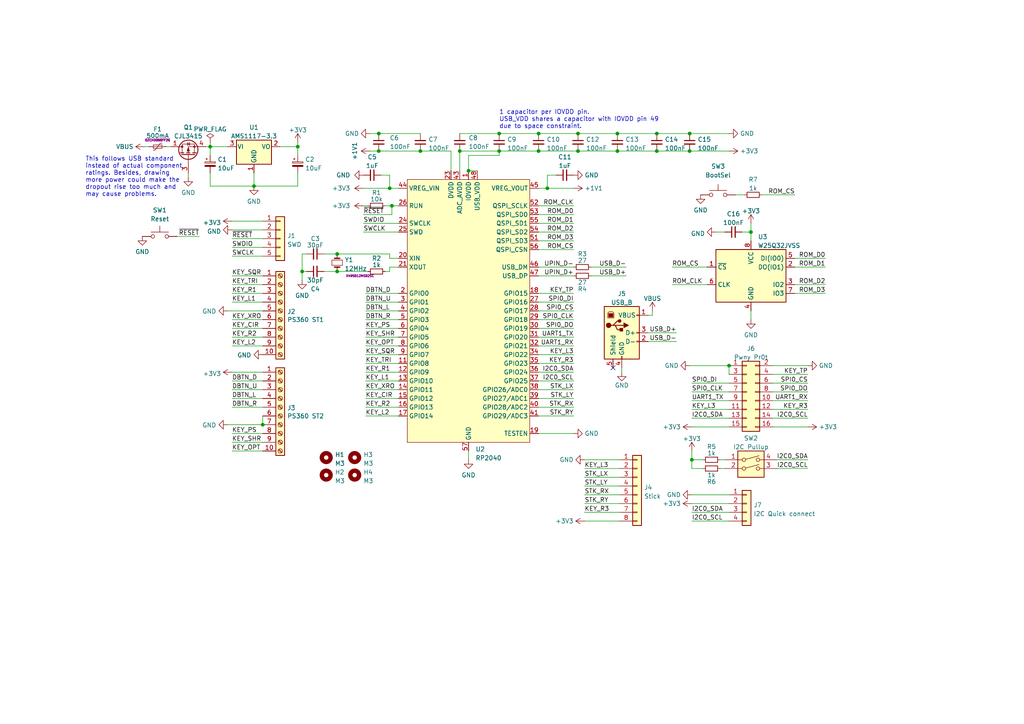
<source format=kicad_sch>
(kicad_sch (version 20211123) (generator eeschema)
  (paper "A4")
  (title_block (title "Alpaca-OwO") (date "2022-02-27") (rev "v1.01") (company "dogtopus"))
  (lib_symbols
    (symbol "Connector:Screw_Terminal_01x10" (pin_names (offset 1.016) hide)
      (property "Reference" "J" (at 0 12.7 0))
      (property "Value" "Screw_Terminal_01x10" (at 0 -15.24 0))
      (symbol "Screw_Terminal_01x10_1_1"
        (pin passive line (at -5.08 10.16 0) (length 3.81) (name "Pin_1") (number "1"))
        (pin passive line (at -5.08 -12.7 0) (length 3.81) (name "Pin_10") (number "10"))
        (pin passive line (at -5.08 7.62 0) (length 3.81) (name "Pin_2") (number "2"))
        (pin passive line (at -5.08 5.08 0) (length 3.81) (name "Pin_3") (number "3"))
        (pin passive line (at -5.08 2.54 0) (length 3.81) (name "Pin_4") (number "4"))
        (pin passive line (at -5.08 0 0) (length 3.81) (name "Pin_5") (number "5"))
        (pin passive line (at -5.08 -2.54 0) (length 3.81) (name "Pin_6") (number "6"))
        (pin passive line (at -5.08 -5.08 0) (length 3.81) (name "Pin_7") (number "7"))
        (pin passive line (at -5.08 -7.62 0) (length 3.81) (name "Pin_8") (number "8"))
        (pin passive line (at -5.08 -10.16 0) (length 3.81) (name "Pin_9") (number "9"))
      )
    )
    (symbol "Connector:USB_B" (pin_names (offset 1.016))
      (property "Reference" "J" (at -5.08 11.43 0))
      (property "Value" "USB_B" (at -5.08 8.89 0))
      (symbol "USB_B_1_1"
        (pin power_out line (at 7.62 5.08 180) (length 2.54) (name "VBUS") (number "1"))
        (pin bidirectional line (at 7.62 -2.54 180) (length 2.54) (name "D-") (number "2"))
        (pin bidirectional line (at 7.62 0 180) (length 2.54) (name "D+") (number "3"))
        (pin power_out line (at 0 -10.16 90) (length 2.54) (name "GND") (number "4"))
        (pin passive line (at -2.54 -10.16 90) (length 2.54) (name "Shield") (number "5"))
      )
    )
    (symbol "Connector_Generic:Conn_01x04" (pin_names (offset 1.016) hide)
      (property "Reference" "J" (at 0 5.08 0))
      (property "Value" "Conn_01x04" (at 0 -7.62 0))
      (symbol "Conn_01x04_1_1"
        (pin passive line (at -5.08 2.54 0) (length 3.81) (name "Pin_1") (number "1"))
        (pin passive line (at -5.08 0 0) (length 3.81) (name "Pin_2") (number "2"))
        (pin passive line (at -5.08 -2.54 0) (length 3.81) (name "Pin_3") (number "3"))
        (pin passive line (at -5.08 -5.08 0) (length 3.81) (name "Pin_4") (number "4"))
      )
    )
    (symbol "Connector_Generic:Conn_01x05" (pin_names (offset 1.016) hide)
      (property "Reference" "J" (at 0 7.62 0))
      (property "Value" "Conn_01x05" (at 0 -7.62 0))
      (symbol "Conn_01x05_1_1"
        (pin passive line (at -5.08 5.08 0) (length 3.81) (name "Pin_1") (number "1"))
        (pin passive line (at -5.08 2.54 0) (length 3.81) (name "Pin_2") (number "2"))
        (pin passive line (at -5.08 0 0) (length 3.81) (name "Pin_3") (number "3"))
        (pin passive line (at -5.08 -2.54 0) (length 3.81) (name "Pin_4") (number "4"))
        (pin passive line (at -5.08 -5.08 0) (length 3.81) (name "Pin_5") (number "5"))
      )
    )
    (symbol "Connector_Generic:Conn_01x08" (pin_names (offset 1.016) hide)
      (property "Reference" "J" (at 0 10.16 0))
      (property "Value" "Conn_01x08" (at 0 -12.7 0))
      (symbol "Conn_01x08_1_1"
        (pin passive line (at -5.08 7.62 0) (length 3.81) (name "Pin_1") (number "1"))
        (pin passive line (at -5.08 5.08 0) (length 3.81) (name "Pin_2") (number "2"))
        (pin passive line (at -5.08 2.54 0) (length 3.81) (name "Pin_3") (number "3"))
        (pin passive line (at -5.08 0 0) (length 3.81) (name "Pin_4") (number "4"))
        (pin passive line (at -5.08 -2.54 0) (length 3.81) (name "Pin_5") (number "5"))
        (pin passive line (at -5.08 -5.08 0) (length 3.81) (name "Pin_6") (number "6"))
        (pin passive line (at -5.08 -7.62 0) (length 3.81) (name "Pin_7") (number "7"))
        (pin passive line (at -5.08 -10.16 0) (length 3.81) (name "Pin_8") (number "8"))
      )
    )
    (symbol "Connector_Generic:Conn_02x08_Odd_Even" (pin_names (offset 1.016) hide)
      (property "Reference" "J" (at 1.27 10.16 0))
      (property "Value" "Conn_02x08_Odd_Even" (at 1.27 -12.7 0))
      (symbol "Conn_02x08_Odd_Even_1_1"
        (pin passive line (at -5.08 7.62 0) (length 3.81) (name "Pin_1") (number "1"))
        (pin passive line (at 7.62 -2.54 180) (length 3.81) (name "Pin_10") (number "10"))
        (pin passive line (at -5.08 -5.08 0) (length 3.81) (name "Pin_11") (number "11"))
        (pin passive line (at 7.62 -5.08 180) (length 3.81) (name "Pin_12") (number "12"))
        (pin passive line (at -5.08 -7.62 0) (length 3.81) (name "Pin_13") (number "13"))
        (pin passive line (at 7.62 -7.62 180) (length 3.81) (name "Pin_14") (number "14"))
        (pin passive line (at -5.08 -10.16 0) (length 3.81) (name "Pin_15") (number "15"))
        (pin passive line (at 7.62 -10.16 180) (length 3.81) (name "Pin_16") (number "16"))
        (pin passive line (at 7.62 7.62 180) (length 3.81) (name "Pin_2") (number "2"))
        (pin passive line (at -5.08 5.08 0) (length 3.81) (name "Pin_3") (number "3"))
        (pin passive line (at 7.62 5.08 180) (length 3.81) (name "Pin_4") (number "4"))
        (pin passive line (at -5.08 2.54 0) (length 3.81) (name "Pin_5") (number "5"))
        (pin passive line (at 7.62 2.54 180) (length 3.81) (name "Pin_6") (number "6"))
        (pin passive line (at -5.08 0 0) (length 3.81) (name "Pin_7") (number "7"))
        (pin passive line (at 7.62 0 180) (length 3.81) (name "Pin_8") (number "8"))
        (pin passive line (at -5.08 -2.54 0) (length 3.81) (name "Pin_9") (number "9"))
      )
    )
    (symbol "Device:C_Polarized_Small" (pin_numbers hide) (pin_names (offset 0.254) hide)
      (property "Reference" "C" (at 0.254 1.778 0))
      (property "Value" "C_Polarized_Small" (at 0.254 -2.032 0))
      (symbol "C_Polarized_Small_1_1"
        (pin passive line (at 0 2.54 270) (length 1.8542) (name "~") (number "1"))
        (pin passive line (at 0 -2.54 90) (length 1.8542) (name "~") (number "2"))
      )
    )
    (symbol "Device:C_Small" (pin_numbers hide) (pin_names (offset 0.254) hide)
      (property "Reference" "C" (at 0.254 1.778 0))
      (property "Value" "C_Small" (at 0.254 -2.032 0))
      (symbol "C_Small_1_1"
        (pin passive line (at 0 2.54 270) (length 2.032) (name "~") (number "1"))
        (pin passive line (at 0 -2.54 90) (length 2.032) (name "~") (number "2"))
      )
    )
    (symbol "Device:Crystal_Small" (pin_numbers hide) (pin_names (offset 1.016) hide)
      (property "Reference" "Y" (at 0 2.54 0))
      (property "Value" "Crystal_Small" (at 0 -2.54 0))
      (symbol "Crystal_Small_1_1"
        (pin passive line (at -2.54 0 0) (length 1.27) (name "1") (number "1"))
        (pin passive line (at 2.54 0 180) (length 1.27) (name "2") (number "2"))
      )
    )
    (symbol "Device:Polyfuse_Small" (pin_numbers hide) (pin_names (offset 0))
      (property "Reference" "F" (at -1.905 0 90))
      (property "Value" "Polyfuse_Small" (at 1.905 0 90))
      (symbol "Polyfuse_Small_1_1"
        (pin passive line (at 0 2.54 270) (length 0.635) (name "~") (number "1"))
        (pin passive line (at 0 -2.54 90) (length 0.635) (name "~") (number "2"))
      )
    )
    (symbol "Device:R_Small" (pin_numbers hide) (pin_names (offset 0.254) hide)
      (property "Reference" "R" (at 0.762 0.508 0))
      (property "Value" "R_Small" (at 0.762 -1.016 0))
      (symbol "R_Small_1_1"
        (pin passive line (at 0 2.54 270) (length 0.762) (name "~") (number "1"))
        (pin passive line (at 0 -2.54 90) (length 0.762) (name "~") (number "2"))
      )
    )
    (symbol "MCU_RaspberryPi:RP2040"
      (property "Reference" "U" (at -17.78 41.91 0))
      (property "Value" "RP2040" (at -17.78 39.37 0))
      (symbol "RP2040_0_0"
        (pin power_in line (at 0 40.64 270) (length 2.54) (name "IOVDD") (number "1"))
        (pin power_in line (at 0 40.64 270) (length 2.54) hide (name "IOVDD") (number "10"))
        (pin bidirectional line (at -20.32 -15.24 0) (length 2.54) (name "GPIO8") (number "11"))
        (pin bidirectional line (at -20.32 -17.78 0) (length 2.54) (name "GPIO9") (number "12"))
        (pin bidirectional line (at -20.32 -20.32 0) (length 2.54) (name "GPIO10") (number "13"))
        (pin bidirectional line (at -20.32 -22.86 0) (length 2.54) (name "GPIO11") (number "14"))
        (pin bidirectional line (at -20.32 -25.4 0) (length 2.54) (name "GPIO12") (number "15"))
        (pin bidirectional line (at -20.32 -27.94 0) (length 2.54) (name "GPIO13") (number "16"))
        (pin bidirectional line (at -20.32 -30.48 0) (length 2.54) (name "GPIO14") (number "17"))
        (pin bidirectional line (at 20.32 5.08 180) (length 2.54) (name "GPIO15") (number "18"))
        (pin input line (at 20.32 -35.56 180) (length 2.54) (name "TESTEN") (number "19"))
        (pin bidirectional line (at -20.32 5.08 0) (length 2.54) (name "GPIO0") (number "2"))
        (pin input line (at -20.32 15.24 0) (length 2.54) (name "XIN") (number "20"))
        (pin output line (at -20.32 12.7 0) (length 2.54) (name "XOUT") (number "21"))
        (pin power_in line (at 0 40.64 270) (length 2.54) hide (name "IOVDD") (number "22"))
        (pin power_in line (at -5.08 40.64 270) (length 2.54) (name "DVDD") (number "23"))
        (pin input line (at -20.32 25.4 0) (length 2.54) (name "SWCLK") (number "24"))
        (pin bidirectional line (at -20.32 22.86 0) (length 2.54) (name "SWD") (number "25"))
        (pin input line (at -20.32 30.48 0) (length 2.54) (name "RUN") (number "26"))
        (pin bidirectional line (at 20.32 2.54 180) (length 2.54) (name "GPIO16") (number "27"))
        (pin bidirectional line (at 20.32 0 180) (length 2.54) (name "GPIO17") (number "28"))
        (pin bidirectional line (at 20.32 -2.54 180) (length 2.54) (name "GPIO18") (number "29"))
        (pin bidirectional line (at -20.32 2.54 0) (length 2.54) (name "GPIO1") (number "3"))
        (pin bidirectional line (at 20.32 -5.08 180) (length 2.54) (name "GPIO19") (number "30"))
        (pin bidirectional line (at 20.32 -7.62 180) (length 2.54) (name "GPIO20") (number "31"))
        (pin bidirectional line (at 20.32 -10.16 180) (length 2.54) (name "GPIO21") (number "32"))
        (pin power_in line (at 0 40.64 270) (length 2.54) hide (name "IOVDD") (number "33"))
        (pin bidirectional line (at 20.32 -12.7 180) (length 2.54) (name "GPIO22") (number "34"))
        (pin bidirectional line (at 20.32 -15.24 180) (length 2.54) (name "GPIO23") (number "35"))
        (pin bidirectional line (at 20.32 -17.78 180) (length 2.54) (name "GPIO24") (number "36"))
        (pin bidirectional line (at 20.32 -20.32 180) (length 2.54) (name "GPIO25") (number "37"))
        (pin bidirectional line (at 20.32 -22.86 180) (length 2.54) (name "GPIO26/ADC0") (number "38"))
        (pin bidirectional line (at 20.32 -25.4 180) (length 2.54) (name "GPIO27/ADC1") (number "39"))
        (pin bidirectional line (at -20.32 0 0) (length 2.54) (name "GPIO2") (number "4"))
        (pin bidirectional line (at 20.32 -27.94 180) (length 2.54) (name "GPIO28/ADC2") (number "40"))
        (pin bidirectional line (at 20.32 -30.48 180) (length 2.54) (name "GPIO29/ADC3") (number "41"))
        (pin power_in line (at 0 40.64 270) (length 2.54) hide (name "IOVDD") (number "42"))
        (pin power_in line (at -2.54 40.64 270) (length 2.54) (name "ADC_AVDD") (number "43"))
        (pin power_in line (at -20.32 35.56 0) (length 2.54) (name "VREG_VIN") (number "44"))
        (pin power_out line (at 20.32 35.56 180) (length 2.54) (name "VREG_VOUT") (number "45"))
        (pin bidirectional line (at 20.32 12.7 180) (length 2.54) (name "USB_DM") (number "46"))
        (pin bidirectional line (at 20.32 10.16 180) (length 2.54) (name "USB_DP") (number "47"))
        (pin power_in line (at 2.54 40.64 270) (length 2.54) (name "USB_VDD") (number "48"))
        (pin power_in line (at 0 40.64 270) (length 2.54) hide (name "IOVDD") (number "49"))
        (pin bidirectional line (at -20.32 -2.54 0) (length 2.54) (name "GPIO3") (number "5"))
        (pin power_in line (at -5.08 40.64 270) (length 2.54) hide (name "DVDD") (number "50"))
        (pin bidirectional line (at 20.32 20.32 180) (length 2.54) (name "QSPI_SD3") (number "51"))
        (pin bidirectional line (at 20.32 30.48 180) (length 2.54) (name "QSPI_SCLK") (number "52"))
        (pin bidirectional line (at 20.32 27.94 180) (length 2.54) (name "QSPI_SD0") (number "53"))
        (pin bidirectional line (at 20.32 22.86 180) (length 2.54) (name "QSPI_SD2") (number "54"))
        (pin bidirectional line (at 20.32 25.4 180) (length 2.54) (name "QSPI_SD1") (number "55"))
        (pin bidirectional line (at 20.32 17.78 180) (length 2.54) (name "QSPI_CSN") (number "56"))
        (pin power_in line (at 0 -40.64 90) (length 2.54) (name "GND") (number "57"))
        (pin bidirectional line (at -20.32 -5.08 0) (length 2.54) (name "GPIO4") (number "6"))
        (pin bidirectional line (at -20.32 -7.62 0) (length 2.54) (name "GPIO5") (number "7"))
        (pin bidirectional line (at -20.32 -10.16 0) (length 2.54) (name "GPIO6") (number "8"))
        (pin bidirectional line (at -20.32 -12.7 0) (length 2.54) (name "GPIO7") (number "9"))
      )
    )
    (symbol "Mechanical:MountingHole" (pin_names (offset 1.016))
      (property "Reference" "H" (at 0 5.08 0))
      (property "Value" "MountingHole" (at 0 3.175 0))
    )
    (symbol "Memory_Flash:W25Q32JVSS"
      (property "Reference" "U" (at -8.89 8.89 0))
      (property "Value" "W25Q32JVSS" (at 7.62 8.89 0))
      (symbol "W25Q32JVSS_1_1"
        (pin input line (at -12.7 2.54 0) (length 2.54) (name "~{CS}") (number "1"))
        (pin bidirectional line (at 12.7 2.54 180) (length 2.54) (name "DO(IO1)") (number "2"))
        (pin bidirectional line (at 12.7 -2.54 180) (length 2.54) (name "IO2") (number "3"))
        (pin power_in line (at 0 -10.16 90) (length 2.54) (name "GND") (number "4"))
        (pin bidirectional line (at 12.7 5.08 180) (length 2.54) (name "DI(IO0)") (number "5"))
        (pin input line (at -12.7 -2.54 0) (length 2.54) (name "CLK") (number "6"))
        (pin bidirectional line (at 12.7 -5.08 180) (length 2.54) (name "IO3") (number "7"))
        (pin power_in line (at 0 10.16 270) (length 2.54) (name "VCC") (number "8"))
      )
    )
    (symbol "Regulator_Linear:AMS1117-3.3" (pin_names (offset 0.254))
      (property "Reference" "U" (at -3.81 3.175 0))
      (property "Value" "AMS1117-3.3" (at 0 3.175 0))
      (symbol "AMS1117-3.3_1_1"
        (pin power_in line (at 0 -7.62 90) (length 2.54) (name "GND") (number "1"))
        (pin power_out line (at 7.62 0 180) (length 2.54) (name "VO") (number "2"))
        (pin power_in line (at -7.62 0 0) (length 2.54) (name "VI") (number "3"))
      )
    )
    (symbol "Switch:SW_DIP_x02" (pin_names (offset 0) hide)
      (property "Reference" "SW" (at 0 6.35 0))
      (property "Value" "SW_DIP_x02" (at 0 -3.81 0))
      (symbol "SW_DIP_x02_1_1"
        (pin passive line (at -7.62 2.54 0) (length 5.08) (name "~") (number "1"))
        (pin passive line (at -7.62 0 0) (length 5.08) (name "~") (number "2"))
        (pin passive line (at 7.62 0 180) (length 5.08) (name "~") (number "3"))
        (pin passive line (at 7.62 2.54 180) (length 5.08) (name "~") (number "4"))
      )
    )
    (symbol "Switch:SW_Push" (pin_numbers hide) (pin_names (offset 1.016) hide)
      (property "Reference" "SW" (at 1.27 2.54 0))
      (property "Value" "SW_Push" (at 0 -1.524 0))
      (symbol "SW_Push_0_1"
        (pin passive line (at -5.08 0 0) (length 2.54) (name "1") (number "1"))
        (pin passive line (at 5.08 0 180) (length 2.54) (name "2") (number "2"))
      )
    )
    (symbol "power:+1V1" (power) (pin_names (offset 0))
      (property "Value" "+1V1" (at 0 3.556 0))
      (symbol "+1V1_1_1"
        (pin power_in line (at 0 0 90) (length 0) hide (name "+1V1") (number "1"))
      )
    )
    (symbol "power:+3V3" (power) (pin_names (offset 0))
      (property "Value" "+3V3" (at 0 3.556 0))
      (symbol "+3V3_1_1"
        (pin power_in line (at 0 0 90) (length 0) hide (name "+3V3") (number "1"))
      )
    )
    (symbol "power:GND" (power) (pin_names (offset 0))
      (property "Value" "GND" (at 0 -3.81 0))
      (symbol "GND_1_1"
        (pin power_in line (at 0 0 270) (length 0) hide (name "GND") (number "1"))
      )
    )
    (symbol "power:PWR_FLAG" (power) (pin_numbers hide) (pin_names (offset 0) hide)
      (property "Value" "PWR_FLAG" (at 0 3.81 0))
      (symbol "PWR_FLAG_0_0"
        (pin power_out line (at 0 0 90) (length 0) (name "pwr") (number "1"))
      )
    )
    (symbol "power:VBUS" (power) (pin_names (offset 0))
      (property "Value" "VBUS" (at 0 3.81 0))
      (symbol "VBUS_1_1"
        (pin power_in line (at 0 0 90) (length 0) hide (name "VBUS") (number "1"))
      )
    )
    (symbol "private:CJL3415" (pin_names (offset 0) hide)
      (property "Reference" "Q" (at 5.08 1.27 0))
      (property "Value" "CJL3415" (at 5.08 -1.27 0))
      (symbol "CJL3415_1_1"
        (pin passive line (at 2.54 5.08 270) (length 2.54) (name "D") (number "1"))
        (pin passive line (at 2.54 5.08 270) (length 2.54) hide (name "D") (number "2"))
        (pin input line (at -5.08 0 0) (length 2.54) (name "G") (number "3"))
        (pin passive line (at 2.54 -5.08 90) (length 2.54) (name "S") (number "4"))
        (pin passive line (at 2.54 5.08 270) (length 2.54) hide (name "D") (number "5"))
        (pin passive line (at 2.54 5.08 270) (length 2.54) hide (name "D") (number "6"))
      )
    )
  )
  (junction (at 86.36 42.545))
  (junction (at 211.455 106.045))
  (junction (at 190.5 43.815))
  (junction (at 144.78 43.815))
  (junction (at 113.03 54.61))
  (junction (at 179.07 43.815))
  (junction (at 179.07 38.735))
  (junction (at 190.5 38.735))
  (junction (at 156.21 38.735))
  (junction (at 113.665 59.69))
  (junction (at 217.805 67.31))
  (junction (at 87.63 78.74))
  (junction (at 144.78 38.735))
  (junction (at 200.025 43.815))
  (junction (at 109.855 43.815))
  (junction (at 135.89 49.53))
  (junction (at 97.79 78.74))
  (junction (at 73.66 53.975))
  (junction (at 121.92 43.815))
  (junction (at 97.79 73.66))
  (junction (at 200.025 38.735))
  (junction (at 133.35 43.815))
  (junction (at 76.2 123.19))
  (junction (at 60.96 42.545))
  (junction (at 156.21 43.815))
  (junction (at 167.64 43.815))
  (junction (at 158.75 54.61))
  (junction (at 167.64 38.735))
  (junction (at 109.855 38.735))
  (junction (at 200.66 133.35))
  (no_connect (at 177.8 106.68))
  (wire (pts (xy 113.03 54.61) (xy 113.03 50.8)))
  (wire (pts (xy 171.45 80.01) (xy 181.61 80.01)))
  (wire (pts (xy 144.78 38.735) (xy 156.21 38.735)))
  (wire (pts (xy 93.98 73.66) (xy 97.79 73.66)))
  (wire (pts (xy 105.41 54.61) (xy 113.03 54.61)))
  (wire (pts (xy 156.21 54.61) (xy 158.75 54.61)))
  (wire (pts (xy 169.545 143.51) (xy 179.705 143.51)))
  (wire (pts (xy 161.29 50.8) (xy 158.75 50.8)))
  (wire (pts (xy 224.155 106.045) (xy 234.315 106.045)))
  (wire (pts (xy 156.21 62.23) (xy 166.37 62.23)))
  (wire (pts (xy 156.21 69.85) (xy 166.37 69.85)))
  (wire (pts (xy 66.04 42.545) (xy 60.96 42.545)))
  (wire (pts (xy 86.36 53.975) (xy 86.36 50.165)))
  (wire (pts (xy 106.045 97.79) (xy 115.57 97.79)))
  (wire (pts (xy 87.63 73.66) (xy 87.63 78.74)))
  (wire (pts (xy 109.855 43.815) (xy 121.92 43.815)))
  (wire (pts (xy 67.31 107.95) (xy 76.2 107.95)))
  (wire (pts (xy 167.64 38.735) (xy 179.07 38.735)))
  (wire (pts (xy 115.57 74.93) (xy 113.03 74.93)))
  (wire (pts (xy 93.98 78.74) (xy 97.79 78.74)))
  (wire (pts (xy 200.66 148.59) (xy 211.455 148.59)))
  (wire (pts (xy 200.66 133.35) (xy 203.835 133.35)))
  (wire (pts (xy 156.21 90.17) (xy 166.37 90.17)))
  (wire (pts (xy 207.645 67.31) (xy 210.185 67.31)))
  (wire (pts (xy 190.5 38.735) (xy 200.025 38.735)))
  (wire (pts (xy 81.28 42.545) (xy 86.36 42.545)))
  (wire (pts (xy 156.21 120.65) (xy 166.37 120.65)))
  (wire (pts (xy 169.545 151.13) (xy 179.705 151.13)))
  (wire (pts (xy 130.81 43.815) (xy 130.81 49.53)))
  (wire (pts (xy 86.36 41.275) (xy 86.36 42.545)))
  (wire (pts (xy 169.545 148.59) (xy 179.705 148.59)))
  (wire (pts (xy 76.2 90.17) (xy 66.04 90.17)))
  (wire (pts (xy 230.505 82.55) (xy 239.395 82.55)))
  (wire (pts (xy 144.78 43.815) (xy 156.21 43.815)))
  (wire (pts (xy 67.31 69.215) (xy 76.2 69.215)))
  (wire (pts (xy 67.31 64.135) (xy 76.2 64.135)))
  (wire (pts (xy 200.66 123.825) (xy 211.455 123.825)))
  (wire (pts (xy 169.545 140.97) (xy 179.705 140.97)))
  (wire (pts (xy 105.41 67.31) (xy 115.57 67.31)))
  (wire (pts (xy 106.045 120.65) (xy 115.57 120.65)))
  (wire (pts (xy 187.96 96.52) (xy 196.215 96.52)))
  (wire (pts (xy 67.31 125.73) (xy 76.2 125.73)))
  (wire (pts (xy 224.155 121.285) (xy 234.315 121.285)))
  (wire (pts (xy 169.545 135.89) (xy 179.705 135.89)))
  (wire (pts (xy 111.76 78.74) (xy 113.03 78.74)))
  (wire (pts (xy 224.155 108.585) (xy 234.315 108.585)))
  (wire (pts (xy 59.69 42.545) (xy 60.96 42.545)))
  (wire (pts (xy 60.96 53.975) (xy 73.66 53.975)))
  (wire (pts (xy 200.66 135.89) (xy 203.835 135.89)))
  (wire (pts (xy 106.045 95.25) (xy 115.57 95.25)))
  (wire (pts (xy 230.505 77.47) (xy 239.395 77.47)))
  (wire (pts (xy 156.21 100.33) (xy 166.37 100.33)))
  (wire (pts (xy 105.41 59.69) (xy 106.68 59.69)))
  (wire (pts (xy 200.66 111.125) (xy 211.455 111.125)))
  (wire (pts (xy 144.78 45.085) (xy 144.78 43.815)))
  (wire (pts (xy 156.21 105.41) (xy 166.37 105.41)))
  (wire (pts (xy 187.96 99.06) (xy 196.215 99.06)))
  (wire (pts (xy 169.545 146.05) (xy 179.705 146.05)))
  (wire (pts (xy 156.21 115.57) (xy 166.37 115.57)))
  (wire (pts (xy 200.025 43.815) (xy 211.455 43.815)))
  (wire (pts (xy 113.665 59.69) (xy 113.665 62.23)))
  (wire (pts (xy 171.45 77.47) (xy 181.61 77.47)))
  (wire (pts (xy 156.21 107.95) (xy 166.37 107.95)))
  (wire (pts (xy 187.96 91.44) (xy 189.23 91.44)))
  (wire (pts (xy 208.915 135.89) (xy 210.185 135.89)))
  (wire (pts (xy 225.425 133.35) (xy 234.315 133.35)))
  (wire (pts (xy 87.63 78.74) (xy 87.63 81.28)))
  (wire (pts (xy 156.21 38.735) (xy 167.64 38.735)))
  (wire (pts (xy 87.63 73.66) (xy 88.9 73.66)))
  (wire (pts (xy 156.21 87.63) (xy 166.37 87.63)))
  (wire (pts (xy 106.045 85.09) (xy 115.57 85.09)))
  (wire (pts (xy 67.31 118.11) (xy 76.2 118.11)))
  (wire (pts (xy 156.21 110.49) (xy 166.37 110.49)))
  (wire (pts (xy 76.2 115.57) (xy 67.31 115.57)))
  (wire (pts (xy 110.49 50.8) (xy 113.03 50.8)))
  (wire (pts (xy 106.045 115.57) (xy 115.57 115.57)))
  (wire (pts (xy 97.79 73.66) (xy 113.03 73.66)))
  (wire (pts (xy 156.21 80.01) (xy 166.37 80.01)))
  (wire (pts (xy 156.21 67.31) (xy 166.37 67.31)))
  (wire (pts (xy 224.155 111.125) (xy 234.315 111.125)))
  (wire (pts (xy 60.96 41.275) (xy 60.96 42.545)))
  (wire (pts (xy 156.21 97.79) (xy 166.37 97.79)))
  (wire (pts (xy 200.66 113.665) (xy 211.455 113.665)))
  (wire (pts (xy 135.89 45.085) (xy 144.78 45.085)))
  (wire (pts (xy 105.41 62.23) (xy 113.665 62.23)))
  (wire (pts (xy 200.66 146.05) (xy 211.455 146.05)))
  (wire (pts (xy 133.35 43.815) (xy 144.78 43.815)))
  (wire (pts (xy 215.265 67.31) (xy 217.805 67.31)))
  (wire (pts (xy 156.21 85.09) (xy 166.37 85.09)))
  (wire (pts (xy 109.855 38.735) (xy 121.92 38.735)))
  (wire (pts (xy 156.21 92.71) (xy 166.37 92.71)))
  (wire (pts (xy 67.31 82.55) (xy 76.2 82.55)))
  (wire (pts (xy 48.26 42.545) (xy 49.53 42.545)))
  (wire (pts (xy 106.045 90.17) (xy 115.57 90.17)))
  (wire (pts (xy 156.21 95.25) (xy 166.37 95.25)))
  (wire (pts (xy 60.96 42.545) (xy 60.96 45.085)))
  (wire (pts (xy 106.045 92.71) (xy 115.57 92.71)))
  (wire (pts (xy 167.64 43.815) (xy 179.07 43.815)))
  (wire (pts (xy 66.04 123.19) (xy 76.2 123.19)))
  (wire (pts (xy 158.75 50.8) (xy 158.75 54.61)))
  (wire (pts (xy 169.545 138.43) (xy 179.705 138.43)))
  (wire (pts (xy 158.75 54.61) (xy 166.37 54.61)))
  (wire (pts (xy 213.36 56.515) (xy 215.9 56.515)))
  (wire (pts (xy 230.505 85.09) (xy 239.395 85.09)))
  (wire (pts (xy 67.31 87.63) (xy 76.2 87.63)))
  (wire (pts (xy 156.21 43.815) (xy 167.64 43.815)))
  (wire (pts (xy 67.31 95.25) (xy 76.2 95.25)))
  (wire (pts (xy 156.21 118.11) (xy 166.37 118.11)))
  (wire (pts (xy 200.66 121.285) (xy 211.455 121.285)))
  (wire (pts (xy 67.31 80.01) (xy 76.2 80.01)))
  (wire (pts (xy 97.79 78.74) (xy 106.68 78.74)))
  (wire (pts (xy 60.96 50.165) (xy 60.96 53.975)))
  (wire (pts (xy 200.66 151.13) (xy 211.455 151.13)))
  (wire (pts (xy 67.31 92.71) (xy 76.2 92.71)))
  (wire (pts (xy 208.915 133.35) (xy 210.185 133.35)))
  (wire (pts (xy 179.07 43.815) (xy 190.5 43.815)))
  (wire (pts (xy 194.945 77.47) (xy 205.105 77.47)))
  (wire (pts (xy 107.315 43.815) (xy 109.855 43.815)))
  (wire (pts (xy 156.21 64.77) (xy 166.37 64.77)))
  (wire (pts (xy 41.91 42.545) (xy 43.18 42.545)))
  (wire (pts (xy 225.425 135.89) (xy 234.315 135.89)))
  (wire (pts (xy 73.66 50.165) (xy 73.66 53.975)))
  (wire (pts (xy 106.045 113.03) (xy 115.57 113.03)))
  (wire (pts (xy 189.23 91.44) (xy 189.23 90.17)))
  (wire (pts (xy 67.31 71.755) (xy 76.2 71.755)))
  (wire (pts (xy 135.89 45.085) (xy 135.89 49.53)))
  (wire (pts (xy 113.03 78.74) (xy 113.03 77.47)))
  (wire (pts (xy 76.2 128.27) (xy 67.31 128.27)))
  (wire (pts (xy 121.92 43.815) (xy 130.81 43.815)))
  (wire (pts (xy 156.21 72.39) (xy 166.37 72.39)))
  (wire (pts (xy 211.455 106.045) (xy 211.455 108.585)))
  (wire (pts (xy 115.57 54.61) (xy 113.03 54.61)))
  (wire (pts (xy 190.5 43.815) (xy 200.025 43.815)))
  (wire (pts (xy 67.31 100.33) (xy 76.2 100.33)))
  (wire (pts (xy 156.21 59.69) (xy 166.37 59.69)))
  (wire (pts (xy 217.805 67.31) (xy 217.805 69.85)))
  (wire (pts (xy 224.155 118.745) (xy 234.315 118.745)))
  (wire (pts (xy 67.31 113.03) (xy 76.2 113.03)))
  (wire (pts (xy 135.89 49.53) (xy 138.43 49.53)))
  (wire (pts (xy 156.21 102.87) (xy 166.37 102.87)))
  (wire (pts (xy 156.21 113.03) (xy 166.37 113.03)))
  (wire (pts (xy 54.61 50.165) (xy 54.61 51.435)))
  (wire (pts (xy 194.945 82.55) (xy 205.105 82.55)))
  (wire (pts (xy 106.045 110.49) (xy 115.57 110.49)))
  (wire (pts (xy 107.315 38.735) (xy 109.855 38.735)))
  (wire (pts (xy 217.805 64.77) (xy 217.805 67.31)))
  (wire (pts (xy 73.66 53.975) (xy 86.36 53.975)))
  (wire (pts (xy 67.31 66.675) (xy 76.2 66.675)))
  (wire (pts (xy 76.2 130.81) (xy 67.31 130.81)))
  (wire (pts (xy 106.045 102.87) (xy 115.57 102.87)))
  (wire (pts (xy 86.36 42.545) (xy 86.36 45.085)))
  (wire (pts (xy 220.98 56.515) (xy 230.505 56.515)))
  (wire (pts (xy 113.03 74.93) (xy 113.03 73.66)))
  (wire (pts (xy 200.66 143.51) (xy 211.455 143.51)))
  (wire (pts (xy 133.35 43.815) (xy 133.35 49.53)))
  (wire (pts (xy 51.435 68.58) (xy 57.785 68.58)))
  (wire (pts (xy 200.025 106.045) (xy 211.455 106.045)))
  (wire (pts (xy 133.35 38.735) (xy 144.78 38.735)))
  (wire (pts (xy 230.505 74.93) (xy 239.395 74.93)))
  (wire (pts (xy 67.31 74.295) (xy 76.2 74.295)))
  (wire (pts (xy 200.66 118.745) (xy 211.455 118.745)))
  (wire (pts (xy 200.025 38.735) (xy 211.455 38.735)))
  (wire (pts (xy 156.21 125.73) (xy 166.37 125.73)))
  (wire (pts (xy 67.31 85.09) (xy 76.2 85.09)))
  (wire (pts (xy 224.155 116.205) (xy 234.315 116.205)))
  (wire (pts (xy 106.045 100.33) (xy 115.57 100.33)))
  (wire (pts (xy 111.76 59.69) (xy 113.665 59.69)))
  (wire (pts (xy 200.66 135.89) (xy 200.66 133.35)))
  (wire (pts (xy 113.03 77.47) (xy 115.57 77.47)))
  (wire (pts (xy 87.63 78.74) (xy 88.9 78.74)))
  (wire (pts (xy 135.89 130.81) (xy 135.89 133.35)))
  (wire (pts (xy 113.665 59.69) (xy 115.57 59.69)))
  (wire (pts (xy 105.41 64.77) (xy 115.57 64.77)))
  (wire (pts (xy 224.155 113.665) (xy 234.315 113.665)))
  (wire (pts (xy 76.2 110.49) (xy 67.31 110.49)))
  (wire (pts (xy 179.07 38.735) (xy 190.5 38.735)))
  (wire (pts (xy 76.2 123.19) (xy 76.2 120.65)))
  (wire (pts (xy 180.34 106.68) (xy 180.34 107.95)))
  (wire (pts (xy 169.545 133.35) (xy 179.705 133.35)))
  (wire (pts (xy 106.045 87.63) (xy 115.57 87.63)))
  (wire (pts (xy 217.805 90.17) (xy 217.805 92.71)))
  (wire (pts (xy 106.045 105.41) (xy 115.57 105.41)))
  (wire (pts (xy 156.21 77.47) (xy 166.37 77.47)))
  (wire (pts (xy 200.66 130.81) (xy 200.66 133.35)))
  (wire (pts (xy 106.045 118.11) (xy 115.57 118.11)))
  (wire (pts (xy 76.2 97.79) (xy 67.31 97.79)))
  (wire (pts (xy 224.155 123.825) (xy 234.315 123.825)))
  (wire (pts (xy 106.045 107.95) (xy 115.57 107.95)))
  (wire (pts (xy 200.66 116.205) (xy 211.455 116.205)))
  (text "This follows USB standard\ninstead of actual component\nratings. Besides, drawing\nmore power could make the\ndropout rise too much and\nmay cause problems." (at 24.765 57.15 0) (effects (font (size 1.27 1.27)) (justify left bottom)))
  (text "1 capacitor per IOVDD pin.\nUSB_VDD shares a capacitor with IOVDD pin 49\ndue to space constraint." (at 144.78 37.465 0) (effects (font (size 1.27 1.27)) (justify left bottom)))
  (label "DBTN_R" (at 106.045 92.71 0))
  (label "~{RESET}" (at 57.785 68.58 180))
  (label "ROM_D0" (at 239.395 74.93 180))
  (label "STK_LY" (at 169.545 140.97 0))
  (label "DBTN_U" (at 67.31 113.03 0))
  (label "SWDIO" (at 105.41 64.77 0))
  (label "SPI0_DI" (at 200.66 111.125 0))
  (label "STK_RY" (at 166.37 120.65 180))
  (label "STK_LX" (at 166.37 113.03 180))
  (label "USB_D-" (at 196.215 99.06 180))
  (label "KEY_R3" (at 234.315 118.745 180))
  (label "KEY_PS" (at 106.045 95.25 0))
  (label "SWCLK" (at 105.41 67.31 0))
  (label "ROM_D3" (at 239.395 85.09 180))
  (label "ROM_D1" (at 239.395 77.47 180))
  (label "ROM_D2" (at 166.37 67.31 180))
  (label "KEY_R3" (at 166.37 105.41 180))
  (label "KEY_L3" (at 166.37 102.87 180))
  (label "KEY_OPT" (at 67.31 130.81 0))
  (label "KEY_TP" (at 166.37 85.09 180))
  (label "SWCLK" (at 67.31 74.295 0))
  (label "ROM_CLK" (at 166.37 59.69 180))
  (label "SPI0_CLK" (at 166.37 92.71 180))
  (label "KEY_SHR" (at 106.045 97.79 0))
  (label "DBTN_R" (at 67.31 118.11 0))
  (label "DBTN_D" (at 106.045 85.09 0))
  (label "STK_RX" (at 169.545 143.51 0))
  (label "ROM_CS" (at 166.37 72.39 180))
  (label "UPIN_D-" (at 166.37 77.47 180))
  (label "KEY_OPT" (at 106.045 100.33 0))
  (label "DBTN_U" (at 106.045 87.63 0))
  (label "DBTN_D" (at 67.31 110.49 0))
  (label "KEY_L3" (at 169.545 135.89 0))
  (label "KEY_L2" (at 67.31 100.33 0))
  (label "KEY_R3" (at 169.545 148.59 0))
  (label "STK_LX" (at 169.545 138.43 0))
  (label "KEY_L1" (at 67.31 87.63 0))
  (label "KEY_SQR" (at 106.045 102.87 0))
  (label "~{RESET}" (at 67.31 69.215 0))
  (label "UPIN_D+" (at 166.37 80.01 180))
  (label "I2C0_SDA" (at 200.66 121.285 0))
  (label "I2C0_SDA" (at 234.315 133.35 180))
  (label "SPI0_CS" (at 166.37 90.17 180))
  (label "SPI0_CLK" (at 200.66 113.665 0))
  (label "KEY_XRO" (at 67.31 92.71 0))
  (label "I2C0_SDA" (at 200.66 148.59 0))
  (label "UART1_TX" (at 200.66 116.205 0))
  (label "I2C0_SCL" (at 200.66 151.13 0))
  (label "STK_RY" (at 169.545 146.05 0))
  (label "KEY_TP" (at 234.315 108.585 180))
  (label "KEY_PS" (at 67.31 125.73 0))
  (label "UART1_RX" (at 234.315 116.205 180))
  (label "KEY_L3" (at 200.66 118.745 0))
  (label "USB_D+" (at 181.61 80.01 180))
  (label "DBTN_L" (at 106.045 90.17 0))
  (label "STK_LY" (at 166.37 115.57 180))
  (label "ROM_D3" (at 166.37 69.85 180))
  (label "ROM_D1" (at 166.37 64.77 180))
  (label "KEY_R2" (at 67.31 97.79 0))
  (label "KEY_TRI" (at 106.045 105.41 0))
  (label "KEY_R2" (at 106.045 118.11 0))
  (label "KEY_L2" (at 106.045 120.65 0))
  (label "ROM_CS" (at 230.505 56.515 180))
  (label "KEY_SQR" (at 67.31 80.01 0))
  (label "DBTN_L" (at 67.31 115.57 0))
  (label "KEY_R1" (at 67.31 85.09 0))
  (label "KEY_CIR" (at 106.045 115.57 0))
  (label "USB_D-" (at 181.61 77.47 180))
  (label "KEY_XRO" (at 106.045 113.03 0))
  (label "I2C0_SDA" (at 166.37 107.95 180))
  (label "KEY_CIR" (at 67.31 95.25 0))
  (label "KEY_R1" (at 106.045 107.95 0))
  (label "USB_D+" (at 196.215 96.52 180))
  (label "SPI0_DO" (at 234.315 113.665 180))
  (label "KEY_TRI" (at 67.31 82.55 0))
  (label "SPI0_DO" (at 166.37 95.25 180))
  (label "I2C0_SCL" (at 166.37 110.49 180))
  (label "I2C0_SCL" (at 234.315 121.285 180))
  (label "ROM_D0" (at 166.37 62.23 180))
  (label "SPI0_CS" (at 234.315 111.125 180))
  (label "STK_RX" (at 166.37 118.11 180))
  (label "KEY_SHR" (at 67.31 128.27 0))
  (label "~{RESET}" (at 105.41 62.23 0))
  (label "ROM_D2" (at 239.395 82.55 180))
  (label "SPI0_DI" (at 166.37 87.63 180))
  (label "UART1_TX" (at 166.37 97.79 180))
  (label "I2C0_SCL" (at 234.315 135.89 180))
  (label "SWDIO" (at 67.31 71.755 0))
  (label "ROM_CS" (at 194.945 77.47 0))
  (label "UART1_RX" (at 166.37 100.33 180))
  (label "KEY_L1" (at 106.045 110.49 0))
  (label "ROM_CLK" (at 194.945 82.55 0))
  (symbol (lib_id "Device:R_Small") (at 218.44 56.515 90) (unit 1)
    (property "Reference" "R7" (at 218.44 52.0786 90))
    (property "Value" "1k" (at 218.44 54.6155 90))
    (property "Footprint" "Resistor_SMD:R_0603_1608Metric" (effects hide))
  )
  (symbol (lib_id "Device:C_Small") (at 109.855 41.275 0) (unit 1)
    (property "Reference" "C6" (at 113.03 40.0112 0) (effects (justify left)))
    (property "Value" "100nF" (at 113.03 42.5512 0) (effects (justify left)))
    (property "Footprint" "Capacitor_SMD:C_0603_1608Metric" (effects hide))
  )
  (symbol (lib_id "power:GND") (at 41.275 68.58 0) (unit 1)
    (property "Reference" "#PWR01" (effects hide))
    (property "Value" "GND" (at 41.275 73.0234 0))
  )
  (symbol (lib_id "Device:Crystal_Small") (at 97.79 76.2 90) (unit 1)
    (property "Reference" "Y1" (at 99.949 75.3653 90) (effects (justify right)))
    (property "Value" "12MHz" (at 99.949 77.9022 90) (effects (justify right)))
    (property "Footprint" "Crystal:Crystal_HC49-4H_Vertical" (effects hide))
    (property "Part Number" "X49SD12MSD2SC" (at 100.33 80.01 90) (effects (font (size 0.635 0.635)) (justify right)))
    (property "JLC" "HC-49S" (effects hide))
    (property "LCSC" "C16369" (effects hide))
  )
  (symbol (lib_id "power:GND") (at 87.63 81.28 0) (unit 1)
    (property "Reference" "#PWR010" (effects hide))
    (property "Value" "GND" (at 87.63 85.7234 0))
  )
  (symbol (lib_id "power:GND") (at 207.645 67.31 270) (unit 1)
    (property "Reference" "#PWR030" (effects hide))
    (property "Value" "GND" (at 204.4701 67.7438 90) (effects (justify right)))
  )
  (symbol (lib_id "power:+3V3") (at 217.805 64.77 0) (unit 1)
    (property "Reference" "#PWR031" (effects hide))
    (property "Value" "+3V3" (at 217.805 61.1942 0))
  )
  (symbol (lib_id "Device:C_Small") (at 163.83 50.8 90) (unit 1)
    (property "Reference" "C11" (at 163.8363 45.5381 90))
    (property "Value" "1uF" (at 163.8363 48.075 90))
    (property "Footprint" "Capacitor_SMD:C_0603_1608Metric" (effects hide))
  )
  (symbol (lib_id "Device:C_Small") (at 167.64 41.275 0) (unit 1)
    (property "Reference" "C12" (at 169.9641 40.4466 0) (effects (justify left)))
    (property "Value" "100nF" (at 169.9641 42.9835 0) (effects (justify left)))
    (property "Footprint" "Capacitor_SMD:C_0603_1608Metric" (effects hide))
  )
  (symbol (lib_id "power:+1V1") (at 166.37 54.61 270) (unit 1)
    (property "Reference" "#PWR020" (effects hide))
    (property "Value" "+1V1" (at 169.545 54.61 90) (effects (justify left)))
  )
  (symbol (lib_id "Device:R_Small") (at 206.375 135.89 90) (unit 1)
    (property "Reference" "R6" (at 206.375 139.7 90))
    (property "Value" "1k" (at 206.375 137.795 90))
    (property "Footprint" "Resistor_SMD:R_0603_1608Metric" (effects hide))
  )
  (symbol (lib_id "power:GND") (at 67.31 66.675 270) (unit 1)
    (property "Reference" "#PWR06" (effects hide))
    (property "Value" "GND" (at 64.1351 67.1088 90) (effects (justify right)))
  )
  (symbol (lib_id "power:GND") (at 200.66 143.51 270) (unit 1)
    (property "Reference" "#PWR02" (effects hide))
    (property "Value" "GND" (at 197.485 143.51 90) (effects (justify right)))
  )
  (symbol (lib_id "power:PWR_FLAG") (at 60.96 41.275 0) (unit 1)
    (property "Reference" "#FLG01" (effects hide))
    (property "Value" "PWR_FLAG" (at 60.96 37.465 0))
  )
  (symbol (lib_id "power:GND") (at 54.61 51.435 0) (unit 1)
    (property "Reference" "#PWR0102" (effects hide))
    (property "Value" "GND" (at 54.61 55.8784 0))
  )
  (symbol (lib_id "power:GND") (at 105.41 50.8 270) (unit 1)
    (property "Reference" "#PWR011" (effects hide))
    (property "Value" "GND" (at 101.6 50.8 90) (effects (justify right)))
  )
  (symbol (lib_id "power:GND") (at 73.66 53.975 0) (unit 1)
    (property "Reference" "#PWR07" (effects hide))
    (property "Value" "GND" (at 73.66 58.4184 0))
  )
  (symbol (lib_id "Device:Polyfuse_Small") (at 45.72 42.545 90) (unit 1)
    (property "Reference" "F1" (at 45.72 37.465 90))
    (property "Value" "500mA" (at 45.72 39.37 90))
    (property "Footprint" "Fuse:Fuse_1210_3225Metric" (effects hide))
    (property "Part Number" "0ZCH0050FF2G" (at 45.72 40.64 90) (effects (font (size 0.635 0.635))))
    (property "LCSC" "C135348" (effects hide))
    (property "JLC" "1210" (effects hide))
    (property "Comments" "Used JDT ASMD1210-050 for JLCPCBA as a replacement part." (effects hide))
  )
  (symbol (lib_id "Mechanical:MountingHole") (at 94.615 137.795 0) (unit 1)
    (property "Reference" "H2" (at 97.155 136.9603 0) (effects (justify left)))
    (property "Value" "M3" (at 97.155 139.4972 0) (effects (justify left)))
    (property "Footprint" "MountingHole:MountingHole_3.2mm_M3_ISO7380" (effects hide))
  )
  (symbol (lib_id "Connector_Generic:Conn_01x05") (at 81.28 69.215 0) (unit 1)
    (property "Reference" "J1" (at 83.312 68.3803 0) (effects (justify left)))
    (property "Value" "SWD" (at 83.312 70.9172 0) (effects (justify left)))
    (property "Footprint" "Connector_PinHeader_2.54mm:PinHeader_1x05_P2.54mm_Vertical" (effects hide))
  )
  (symbol (lib_id "Connector_Generic:Conn_01x04") (at 216.535 146.05 0) (unit 1)
    (property "Reference" "J7" (at 218.567 146.4853 0) (effects (justify left)))
    (property "Value" "I2C Quick connect" (at 218.567 149.0222 0) (effects (justify left)))
    (property "Footprint" "Connector_JST:JST_SH_SM04B-SRSS-TB_1x04-1MP_P1.00mm_Horizontal" (effects hide))
  )
  (symbol (lib_id "Device:C_Small") (at 212.725 67.31 90) (unit 1)
    (property "Reference" "C16" (at 212.7313 62.0481 90))
    (property "Value" "100nF" (at 212.7313 64.585 90))
    (property "Footprint" "Capacitor_SMD:C_0603_1608Metric" (effects hide))
  )
  (symbol (lib_id "Device:C_Small") (at 91.44 73.66 270) (unit 1)
    (property "Reference" "C3" (at 91.44 69.215 90))
    (property "Value" "30pF" (at 91.44 71.12 90))
    (property "Footprint" "Capacitor_SMD:C_0603_1608Metric" (effects hide))
  )
  (symbol (lib_id "Device:R_Small") (at 168.91 80.01 90) (unit 1)
    (property "Reference" "R4" (at 168.91 83.82 90))
    (property "Value" "27" (at 168.91 81.915 90))
    (property "Footprint" "Resistor_SMD:R_0603_1608Metric" (effects hide))
  )
  (symbol (lib_id "Switch:SW_Push") (at 46.355 68.58 0) (mirror y) (unit 1)
    (property "Reference" "SW1" (at 46.355 60.96 0))
    (property "Value" "Reset" (at 46.355 63.5 0))
    (property "Footprint" "Button_Switch_THT:SW_PUSH_6mm" (effects hide))
  )
  (symbol (lib_id "power:+3V3") (at 67.31 64.135 90) (unit 1)
    (property "Reference" "#PWR05" (effects hide))
    (property "Value" "+3V3" (at 64.135 64.5688 90) (effects (justify left)))
  )
  (symbol (lib_id "Device:C_Polarized_Small") (at 60.96 47.625 0) (unit 1)
    (property "Reference" "C1" (at 63.119 46.2442 0) (effects (justify left)))
    (property "Value" "10uF" (at 63.119 48.7811 0) (effects (justify left)))
    (property "Footprint" "Capacitor_Tantalum_SMD:CP_EIA-3216-18_Kemet-A" (effects hide))
    (property "JLC" "CASE-A_3216" (effects hide))
    (property "LCSC" "C7171" (effects hide))
  )
  (symbol (lib_id "power:+3V3") (at 200.66 130.81 0) (unit 1)
    (property "Reference" "#PWR026" (effects hide))
    (property "Value" "+3V3" (at 200.66 127.2342 0))
  )
  (symbol (lib_id "power:GND") (at 66.04 90.17 270) (unit 1)
    (property "Reference" "#PWR03" (effects hide))
    (property "Value" "GND" (at 62.738 90.297 90) (effects (justify right)))
  )
  (symbol (lib_id "Connector_Generic:Conn_01x08") (at 184.785 140.97 0) (unit 1)
    (property "Reference" "J4" (at 186.817 141.4053 0) (effects (justify left)))
    (property "Value" "Stick" (at 186.817 143.9422 0) (effects (justify left)))
    (property "Footprint" "Connector_PinHeader_2.54mm:PinHeader_1x08_P2.54mm_Vertical" (effects hide))
  )
  (symbol (lib_id "Device:C_Small") (at 156.21 41.275 0) (unit 1)
    (property "Reference" "C10" (at 158.5341 40.4466 0) (effects (justify left)))
    (property "Value" "100nF" (at 158.5341 42.9835 0) (effects (justify left)))
    (property "Footprint" "Capacitor_SMD:C_0603_1608Metric" (effects hide))
  )
  (symbol (lib_id "Switch:SW_Push") (at 208.28 56.515 0) (mirror y) (unit 1)
    (property "Reference" "SW3" (at 208.28 48.26 0))
    (property "Value" "BootSel" (at 208.28 50.8 0))
    (property "Footprint" "Button_Switch_THT:SW_PUSH_6mm" (effects hide))
  )
  (symbol (lib_id "power:+3V3") (at 200.66 146.05 90) (unit 1)
    (property "Reference" "#PWR035" (effects hide))
    (property "Value" "+3V3" (at 197.485 146.05 90) (effects (justify left)))
  )
  (symbol (lib_id "Connector:USB_B") (at 180.34 96.52 0) (unit 1)
    (property "Reference" "J5" (at 180.34 85.2002 0))
    (property "Value" "USB_B" (at 180.34 87.7371 0))
    (property "Footprint" "Connector_USB:USB_B_OST_USB-B1HSxx_Horizontal" (effects hide))
    (property "Datasheet" " ~" (effects hide))
  )
  (symbol (lib_id "Memory_Flash:W25Q32JVSS") (at 217.805 80.01 0) (unit 1)
    (property "Reference" "U3" (at 219.8244 68.6902 0) (effects (justify left)))
    (property "Value" "W25Q32JVSS" (at 219.8244 71.2271 0) (effects (justify left)))
    (property "Footprint" "Package_SO:SOIC-8_5.23x5.23mm_P1.27mm" (effects hide))
    (property "Datasheet" "http://www.winbond.com/resource-files/w25q32jv%20revg%2003272018%20plus.pdf" (effects hide))
  )
  (symbol (lib_id "Connector:Screw_Terminal_01x10") (at 81.28 118.11 0) (unit 1)
    (property "Reference" "J3" (at 83.312 118.3132 0) (effects (justify left)))
    (property "Value" "PS360 ST2" (at 83.312 120.6754 0) (effects (justify left)))
    (property "Footprint" "Connector_Phoenix_MC:PhoenixContact_MC_1,5_10-G-3.5_1x10_P3.50mm_Horizontal" (effects hide))
  )
  (symbol (lib_id "Mechanical:MountingHole") (at 94.615 132.715 0) (unit 1)
    (property "Reference" "H1" (at 97.155 131.8803 0) (effects (justify left)))
    (property "Value" "M3" (at 97.155 134.4172 0) (effects (justify left)))
    (property "Footprint" "MountingHole:MountingHole_3.2mm_M3_ISO7380" (effects hide))
  )
  (symbol (lib_id "power:GND") (at 234.315 106.045 90) (unit 1)
    (property "Reference" "#PWR033" (effects hide))
    (property "Value" "GND" (at 237.49 106.045 90) (effects (justify right)))
  )
  (symbol (lib_id "Device:C_Small") (at 144.78 41.275 0) (unit 1)
    (property "Reference" "C9" (at 147.1041 40.4466 0) (effects (justify left)))
    (property "Value" "100nF" (at 147.1041 42.9835 0) (effects (justify left)))
    (property "Footprint" "Capacitor_SMD:C_0603_1608Metric" (effects hide))
  )
  (symbol (lib_id "private:CJL3415") (at 54.61 45.085 90) (unit 1)
    (property "Reference" "Q1" (at 54.61 36.9402 90))
    (property "Value" "CJL3415" (at 54.61 39.4771 90))
    (property "Footprint" "Package_TO_SOT_SMD:SOT-23-6" (effects hide))
    (property "Datasheet" "https://datasheet.lcsc.com/lcsc/1810010116_Changjiang-Electronics-Tech--CJ-CJL3415_C114069.pdf" (effects hide))
    (property "LCSC" "C114069" (effects hide))
    (property "JLC" "SOT-23-6" (effects hide))
  )
  (symbol (lib_id "Connector:Screw_Terminal_01x10") (at 81.28 90.17 0) (unit 1)
    (property "Reference" "J2" (at 83.312 90.3732 0) (effects (justify left)))
    (property "Value" "PS360 ST1" (at 83.312 92.7354 0) (effects (justify left)))
    (property "Footprint" "Connector_Phoenix_MC:PhoenixContact_MC_1,5_10-G-3.5_1x10_P3.50mm_Horizontal" (effects hide))
  )
  (symbol (lib_id "Device:C_Small") (at 200.025 41.275 0) (unit 1)
    (property "Reference" "C15" (at 202.3491 40.4466 0) (effects (justify left)))
    (property "Value" "100nF" (at 202.3491 42.9835 0) (effects (justify left)))
    (property "Footprint" "Capacitor_SMD:C_0603_1608Metric" (effects hide))
  )
  (symbol (lib_id "Device:C_Small") (at 179.07 41.275 0) (unit 1)
    (property "Reference" "C13" (at 181.3941 40.4466 0) (effects (justify left)))
    (property "Value" "100nF" (at 181.3941 42.9835 0) (effects (justify left)))
    (property "Footprint" "Capacitor_SMD:C_0603_1608Metric" (effects hide))
  )
  (symbol (lib_id "power:VBUS") (at 41.91 42.545 90) (unit 1)
    (property "Reference" "#PWR0103" (effects hide))
    (property "Value" "VBUS" (at 38.735 42.545 90) (effects (justify left)))
  )
  (symbol (lib_id "power:GND") (at 217.805 92.71 0) (unit 1)
    (property "Reference" "#PWR032" (effects hide))
    (property "Value" "GND" (at 217.805 97.1534 0))
  )
  (symbol (lib_id "Switch:SW_DIP_x02") (at 217.805 135.89 0) (unit 1)
    (property "Reference" "SW2" (at 217.805 127.1102 0))
    (property "Value" "I2C Pullup" (at 217.805 129.6471 0))
    (property "Footprint" "Button_Switch_THT:SW_DIP_SPSTx02_Slide_9.78x7.26mm_W7.62mm_P2.54mm" (effects hide))
  )
  (symbol (lib_id "power:GND") (at 166.37 50.8 90) (unit 1)
    (property "Reference" "#PWR019" (effects hide))
    (property "Value" "GND" (at 169.545 50.8 90) (effects (justify right)))
  )
  (symbol (lib_id "power:GND") (at 76.2 102.87 270) (unit 1)
    (property "Reference" "#PWR08" (effects hide))
    (property "Value" "GND" (at 72.898 102.997 90) (effects (justify right)))
  )
  (symbol (lib_id "power:+3V3") (at 86.36 41.275 0) (unit 1)
    (property "Reference" "#PWR09" (effects hide))
    (property "Value" "+3V3" (at 86.36 37.6992 0))
  )
  (symbol (lib_id "Device:R_Small") (at 109.22 59.69 90) (unit 1)
    (property "Reference" "R1" (at 109.22 55.88 90))
    (property "Value" "10k" (at 109.22 57.7905 90))
    (property "Footprint" "Resistor_SMD:R_0603_1608Metric" (effects hide))
  )
  (symbol (lib_id "Device:C_Small") (at 121.92 41.275 180) (unit 1)
    (property "Reference" "C7" (at 124.2441 40.4339 0) (effects (justify right)))
    (property "Value" "100nF" (at 124.2441 42.9708 0) (effects (justify right)))
    (property "Footprint" "Capacitor_SMD:C_0603_1608Metric" (effects hide))
  )
  (symbol (lib_id "Mechanical:MountingHole") (at 102.87 132.715 0) (unit 1)
    (property "Reference" "H3" (at 105.41 131.8803 0) (effects (justify left)))
    (property "Value" "M3" (at 105.41 134.4172 0) (effects (justify left)))
    (property "Footprint" "MountingHole:MountingHole_3.2mm_M3_ISO7380" (effects hide))
  )
  (symbol (lib_id "power:GND") (at 166.37 125.73 90) (unit 1)
    (property "Reference" "#PWR021" (effects hide))
    (property "Value" "GND" (at 169.545 125.73 90) (effects (justify right)))
  )
  (symbol (lib_id "power:VBUS") (at 189.23 90.17 0) (unit 1)
    (property "Reference" "#PWR023" (effects hide))
    (property "Value" "VBUS" (at 189.23 86.5942 0))
  )
  (symbol (lib_id "power:GND") (at 66.04 123.19 270) (unit 1)
    (property "Reference" "#PWR04" (effects hide))
    (property "Value" "GND" (at 62.738 123.317 90) (effects (justify right)))
  )
  (symbol (lib_id "Device:C_Small") (at 190.5 41.275 0) (unit 1)
    (property "Reference" "C14" (at 192.8241 40.4466 0) (effects (justify left)))
    (property "Value" "100nF" (at 192.8241 42.9835 0) (effects (justify left)))
    (property "Footprint" "Capacitor_SMD:C_0603_1608Metric" (effects hide))
  )
  (symbol (lib_id "power:GND") (at 135.89 133.35 0) (unit 1)
    (property "Reference" "#PWR016" (effects hide))
    (property "Value" "GND" (at 135.89 137.7934 0))
  )
  (symbol (lib_id "power:+1V1") (at 107.315 43.815 90) (unit 1)
    (property "Reference" "#PWR015" (effects hide))
    (property "Value" "+1V1" (at 102.87 43.815 0))
  )
  (symbol (lib_id "power:GND") (at 107.315 38.735 270) (unit 1)
    (property "Reference" "#PWR014" (effects hide))
    (property "Value" "GND" (at 104.14 38.735 90) (effects (justify right)))
  )
  (symbol (lib_id "Device:R_Small") (at 109.22 78.74 90) (unit 1)
    (property "Reference" "R2" (at 109.22 74.93 90))
    (property "Value" "1k" (at 109.22 76.8405 90))
    (property "Footprint" "Resistor_SMD:R_0603_1608Metric" (effects hide))
  )
  (symbol (lib_id "power:+3V3") (at 211.455 43.815 270) (unit 1)
    (property "Reference" "#PWR029" (effects hide))
    (property "Value" "+3V3" (at 214.63 43.815 90) (effects (justify left)))
  )
  (symbol (lib_id "power:+3V3") (at 234.315 123.825 270) (unit 1)
    (property "Reference" "#PWR034" (effects hide))
    (property "Value" "+3V3" (at 237.49 123.825 90) (effects (justify left)))
  )
  (symbol (lib_id "power:GND") (at 211.455 38.735 90) (unit 1)
    (property "Reference" "#PWR028" (effects hide))
    (property "Value" "GND" (at 214.63 38.735 90) (effects (justify right)))
  )
  (symbol (lib_id "MCU_RaspberryPi:RP2040") (at 135.89 90.17 0) (unit 1)
    (property "Reference" "U2" (at 137.9094 130.3004 0) (effects (justify left)))
    (property "Value" "RP2040" (at 137.9094 132.8373 0) (effects (justify left)))
    (property "Footprint" "private:QFN-56-1EP_7x7mm_P0.4mm_EP3.2x3.2mm_ThermalVias" (effects hide))
    (property "Datasheet" "https://datasheets.raspberrypi.com/rp2040/rp2040-datasheet.pdf" (effects hide))
  )
  (symbol (lib_id "power:+3V3") (at 105.41 54.61 90) (unit 1)
    (property "Reference" "#PWR012" (effects hide))
    (property "Value" "+3V3" (at 101.6 54.61 90) (effects (justify left)))
  )
  (symbol (lib_id "Device:C_Polarized_Small") (at 86.36 47.625 0) (unit 1)
    (property "Reference" "C2" (at 88.519 46.2442 0) (effects (justify left)))
    (property "Value" "10uF" (at 88.519 48.7811 0) (effects (justify left)))
    (property "Footprint" "Capacitor_Tantalum_SMD:CP_EIA-3216-18_Kemet-A" (effects hide))
    (property "JLC" "CASE-A_3216" (effects hide))
    (property "LCSC" "C7171" (effects hide))
  )
  (symbol (lib_id "Device:C_Small") (at 133.35 41.275 180) (unit 1)
    (property "Reference" "C8" (at 135.89 39.9985 0) (effects (justify right)))
    (property "Value" "100nF" (at 135.89 42.5385 0) (effects (justify right)))
    (property "Footprint" "Capacitor_SMD:C_0603_1608Metric" (effects hide))
  )
  (symbol (lib_id "Regulator_Linear:AMS1117-3.3") (at 73.66 42.545 0) (unit 1)
    (property "Reference" "U1" (at 73.66 36.9402 0))
    (property "Value" "AMS1117-3.3" (at 73.66 39.4771 0))
    (property "Footprint" "Package_TO_SOT_SMD:SOT-223-3_TabPin2" (effects hide))
    (property "Datasheet" "http://www.advanced-monolithic.com/pdf/ds1117.pdf" (effects hide))
  )
  (symbol (lib_id "power:GND") (at 169.545 133.35 270) (unit 1)
    (property "Reference" "#PWR017" (effects hide))
    (property "Value" "GND" (at 166.37 133.35 90) (effects (justify right)))
  )
  (symbol (lib_id "power:+3V3") (at 169.545 151.13 90) (unit 1)
    (property "Reference" "#PWR018" (effects hide))
    (property "Value" "+3V3" (at 166.37 151.13 90) (effects (justify left)))
  )
  (symbol (lib_id "power:GND") (at 203.2 56.515 0) (unit 1)
    (property "Reference" "#PWR027" (effects hide))
    (property "Value" "GND" (at 203.2 60.9584 0))
  )
  (symbol (lib_id "power:GND") (at 180.34 107.95 0) (unit 1)
    (property "Reference" "#PWR022" (effects hide))
    (property "Value" "GND" (at 180.34 111.76 0))
  )
  (symbol (lib_id "Device:R_Small") (at 206.375 133.35 90) (unit 1)
    (property "Reference" "R5" (at 206.375 129.54 90))
    (property "Value" "1k" (at 206.375 131.445 90))
    (property "Footprint" "Resistor_SMD:R_0603_1608Metric" (effects hide))
  )
  (symbol (lib_id "Device:C_Small") (at 107.95 50.8 270) (unit 1)
    (property "Reference" "C5" (at 107.9436 45.5381 90))
    (property "Value" "1uF" (at 107.9436 48.075 90))
    (property "Footprint" "Capacitor_SMD:C_0603_1608Metric" (effects hide))
  )
  (symbol (lib_id "Mechanical:MountingHole") (at 102.87 137.795 0) (unit 1)
    (property "Reference" "H4" (at 105.41 136.9603 0) (effects (justify left)))
    (property "Value" "M3" (at 105.41 139.4972 0) (effects (justify left)))
    (property "Footprint" "MountingHole:MountingHole_3.2mm_M3_ISO7380" (effects hide))
  )
  (symbol (lib_id "Device:C_Small") (at 91.44 78.74 90) (unit 1)
    (property "Reference" "C4" (at 91.44 83.82 90))
    (property "Value" "30pF" (at 91.44 81.28 90))
    (property "Footprint" "Capacitor_SMD:C_0603_1608Metric" (effects hide))
  )
  (symbol (lib_id "power:+3V3") (at 200.66 123.825 90) (unit 1)
    (property "Reference" "#PWR025" (effects hide))
    (property "Value" "+3V3" (at 197.485 123.825 90) (effects (justify left)))
  )
  (symbol (lib_id "power:GND") (at 200.025 106.045 270) (unit 1)
    (property "Reference" "#PWR024" (effects hide))
    (property "Value" "GND" (at 196.85 106.045 90) (effects (justify right)))
  )
  (symbol (lib_id "power:+3V3") (at 105.41 59.69 90) (unit 1)
    (property "Reference" "#PWR013" (effects hide))
    (property "Value" "+3V3" (at 101.6 59.69 90) (effects (justify left)))
  )
  (symbol (lib_id "power:+3V3") (at 67.31 107.95 90) (unit 1)
    (property "Reference" "#PWR0101" (effects hide))
    (property "Value" "+3V3" (at 64.135 108.3838 90) (effects (justify left)))
  )
  (symbol (lib_id "Connector_Generic:Conn_02x08_Odd_Even") (at 216.535 113.665 0) (unit 1)
    (property "Reference" "J6" (at 217.805 101.0752 0))
    (property "Value" "Pwny Pr0t" (at 217.805 103.6121 0))
    (property "Footprint" "Connector_PinHeader_2.54mm:PinHeader_2x08_P2.54mm_Vertical" (effects hide))
  )
  (symbol (lib_id "Device:R_Small") (at 168.91 77.47 90) (unit 1)
    (property "Reference" "R3" (at 168.91 73.66 90))
    (property "Value" "27" (at 168.91 75.5705 90))
    (property "Footprint" "Resistor_SMD:R_0603_1608Metric" (effects hide))
  )
)
</source>
